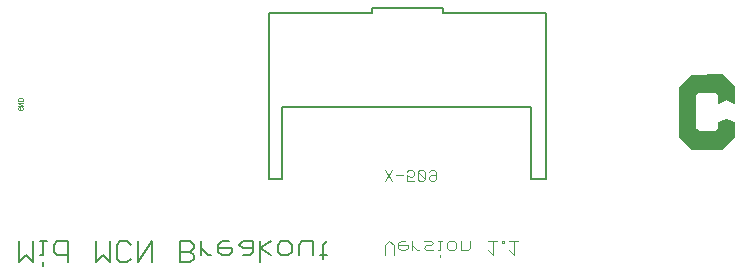
<source format=gbo>
G75*
G70*
%OFA0B0*%
%FSLAX24Y24*%
%IPPOS*%
%LPD*%
%AMOC8*
5,1,8,0,0,1.08239X$1,22.5*
%
%ADD10C,0.0030*%
%ADD11C,0.0010*%
%ADD12C,0.0060*%
%ADD13C,0.0040*%
%ADD14C,0.0020*%
%ADD15C,0.0050*%
D10*
X031018Y003652D02*
X031265Y004023D01*
X031386Y003838D02*
X031633Y003838D01*
X031754Y003838D02*
X031878Y003776D01*
X031940Y003776D01*
X032001Y003838D01*
X032001Y003961D01*
X031940Y004023D01*
X031816Y004023D01*
X031754Y003961D01*
X031754Y003838D02*
X031754Y003652D01*
X032001Y003652D01*
X032123Y003714D02*
X032184Y003652D01*
X032308Y003652D01*
X032370Y003714D01*
X032123Y003961D01*
X032184Y004023D01*
X032308Y004023D01*
X032370Y003961D01*
X032370Y003714D01*
X032491Y003714D02*
X032491Y003776D01*
X032553Y003838D01*
X032738Y003838D01*
X032738Y003961D02*
X032738Y003714D01*
X032676Y003652D01*
X032553Y003652D01*
X032491Y003714D01*
X032491Y003961D02*
X032553Y004023D01*
X032676Y004023D01*
X032738Y003961D01*
X032123Y003961D02*
X032123Y003714D01*
X031265Y003652D02*
X031018Y004023D01*
D11*
X018953Y006036D02*
X018928Y006011D01*
X018828Y006011D01*
X018803Y006036D01*
X018803Y006086D01*
X018828Y006111D01*
X018878Y006111D01*
X018878Y006061D01*
X018928Y006111D02*
X018953Y006086D01*
X018953Y006036D01*
X018953Y006159D02*
X018803Y006259D01*
X018953Y006259D01*
X018953Y006306D02*
X018953Y006381D01*
X018928Y006406D01*
X018828Y006406D01*
X018803Y006381D01*
X018803Y006306D01*
X018953Y006306D01*
X018953Y006159D02*
X018803Y006159D01*
D12*
X019062Y001179D02*
X018828Y000945D01*
X018828Y001646D01*
X019295Y001646D02*
X019295Y000945D01*
X019062Y001179D01*
X019528Y001179D02*
X019645Y001179D01*
X019645Y001646D01*
X019761Y001646D02*
X019528Y001646D01*
X019994Y001529D02*
X019994Y001295D01*
X020111Y001179D01*
X020461Y001179D01*
X020461Y000945D02*
X020461Y001646D01*
X020111Y001646D01*
X019994Y001529D01*
X019645Y000945D02*
X019645Y000828D01*
X021394Y000945D02*
X021627Y001179D01*
X021861Y000945D01*
X021861Y001646D01*
X022094Y001529D02*
X022210Y001646D01*
X022444Y001646D01*
X022561Y001529D01*
X022793Y001646D02*
X022793Y000945D01*
X023260Y001646D01*
X023260Y000945D01*
X022561Y001062D02*
X022444Y000945D01*
X022210Y000945D01*
X022094Y001062D01*
X022094Y001529D01*
X021394Y001646D02*
X021394Y000945D01*
X024193Y000945D02*
X024543Y000945D01*
X024660Y001062D01*
X024660Y001179D01*
X024543Y001295D01*
X024193Y001295D01*
X024193Y000945D02*
X024193Y001646D01*
X024543Y001646D01*
X024660Y001529D01*
X024660Y001412D01*
X024543Y001295D01*
X024893Y001179D02*
X024893Y001646D01*
X024893Y001412D02*
X025126Y001179D01*
X025243Y001179D01*
X025476Y001295D02*
X025593Y001179D01*
X025826Y001179D01*
X025943Y001295D01*
X025943Y001412D01*
X025476Y001412D01*
X025476Y001529D02*
X025476Y001295D01*
X025476Y001529D02*
X025593Y001646D01*
X025826Y001646D01*
X026176Y001529D02*
X026292Y001412D01*
X026643Y001412D01*
X026643Y001295D02*
X026643Y001646D01*
X026292Y001646D01*
X026176Y001529D01*
X026526Y001179D02*
X026643Y001295D01*
X026526Y001179D02*
X026292Y001179D01*
X026875Y001412D02*
X027226Y001179D01*
X027459Y001295D02*
X027459Y001529D01*
X027575Y001646D01*
X027809Y001646D01*
X027926Y001529D01*
X027926Y001295D01*
X027809Y001179D01*
X027575Y001179D01*
X027459Y001295D01*
X027226Y001646D02*
X026875Y001412D01*
X026875Y001646D02*
X026875Y000945D01*
X028158Y001179D02*
X028158Y001529D01*
X028275Y001646D01*
X028625Y001646D01*
X028625Y001179D01*
X028858Y001179D02*
X029092Y001179D01*
X028975Y001062D02*
X028975Y001529D01*
X029092Y001646D01*
D13*
X031023Y001502D02*
X031023Y001195D01*
X031330Y001195D02*
X031330Y001502D01*
X031176Y001656D01*
X031023Y001502D01*
X031483Y001502D02*
X031790Y001502D01*
X031790Y001425D01*
X031713Y001349D01*
X031560Y001349D01*
X031483Y001425D01*
X031483Y001579D01*
X031560Y001656D01*
X031713Y001656D01*
X031944Y001656D02*
X031944Y001349D01*
X031944Y001502D02*
X032097Y001349D01*
X032174Y001349D01*
X032327Y001425D02*
X032404Y001349D01*
X032634Y001349D01*
X032788Y001349D02*
X032864Y001349D01*
X032864Y001656D01*
X032788Y001656D02*
X032941Y001656D01*
X033094Y001579D02*
X033171Y001656D01*
X033325Y001656D01*
X033401Y001579D01*
X033401Y001425D01*
X033325Y001349D01*
X033171Y001349D01*
X033094Y001425D01*
X033094Y001579D01*
X032634Y001579D02*
X032557Y001656D01*
X032327Y001656D01*
X032404Y001502D02*
X032327Y001425D01*
X032404Y001502D02*
X032557Y001502D01*
X032634Y001579D01*
X032864Y001195D02*
X032864Y001119D01*
X033555Y001349D02*
X033785Y001349D01*
X033862Y001425D01*
X033862Y001656D01*
X033555Y001656D02*
X033555Y001349D01*
X034475Y001349D02*
X034629Y001195D01*
X034629Y001656D01*
X034782Y001656D02*
X034475Y001656D01*
X034936Y001656D02*
X034936Y001579D01*
X035013Y001579D01*
X035013Y001656D01*
X034936Y001656D01*
X035166Y001656D02*
X035473Y001656D01*
X035319Y001656D02*
X035319Y001195D01*
X035166Y001349D01*
D14*
X040826Y005124D02*
X041247Y004707D01*
X042259Y004711D01*
X042668Y005120D01*
X042668Y005609D01*
X042408Y005723D01*
X042129Y005609D01*
X042133Y005408D01*
X042026Y005309D01*
X041479Y005309D01*
X041369Y005416D01*
X041369Y006526D01*
X041467Y006624D01*
X042019Y006628D01*
X042137Y006510D01*
X042137Y006250D01*
X042400Y006372D01*
X042668Y006246D01*
X042664Y006798D01*
X042263Y007199D01*
X041239Y007187D01*
X040845Y006794D01*
X040830Y006794D01*
X040826Y005124D01*
X040826Y005132D02*
X042668Y005132D01*
X042668Y005150D02*
X040826Y005150D01*
X040826Y005168D02*
X042668Y005168D01*
X042668Y005186D02*
X040826Y005186D01*
X040826Y005205D02*
X042668Y005205D01*
X042668Y005223D02*
X040826Y005223D01*
X040826Y005241D02*
X042668Y005241D01*
X042668Y005259D02*
X040826Y005259D01*
X040826Y005278D02*
X042668Y005278D01*
X042668Y005296D02*
X040826Y005296D01*
X040826Y005314D02*
X041474Y005314D01*
X041456Y005332D02*
X040826Y005332D01*
X040826Y005351D02*
X041437Y005351D01*
X041418Y005369D02*
X040826Y005369D01*
X040826Y005387D02*
X041399Y005387D01*
X041380Y005405D02*
X040826Y005405D01*
X040826Y005423D02*
X041369Y005423D01*
X041369Y005442D02*
X040826Y005442D01*
X040826Y005460D02*
X041369Y005460D01*
X041369Y005478D02*
X040827Y005478D01*
X040827Y005496D02*
X041369Y005496D01*
X041369Y005515D02*
X040827Y005515D01*
X040827Y005533D02*
X041369Y005533D01*
X041369Y005551D02*
X040827Y005551D01*
X040827Y005569D02*
X041369Y005569D01*
X041369Y005588D02*
X040827Y005588D01*
X040827Y005606D02*
X041369Y005606D01*
X041369Y005624D02*
X040827Y005624D01*
X040827Y005642D02*
X041369Y005642D01*
X041369Y005660D02*
X040827Y005660D01*
X040827Y005679D02*
X041369Y005679D01*
X041369Y005697D02*
X040827Y005697D01*
X040827Y005715D02*
X041369Y005715D01*
X041369Y005733D02*
X040827Y005733D01*
X040827Y005752D02*
X041369Y005752D01*
X041369Y005770D02*
X040827Y005770D01*
X040827Y005788D02*
X041369Y005788D01*
X041369Y005806D02*
X040827Y005806D01*
X040827Y005824D02*
X041369Y005824D01*
X041369Y005843D02*
X040827Y005843D01*
X040827Y005861D02*
X041369Y005861D01*
X041369Y005879D02*
X040827Y005879D01*
X040828Y005897D02*
X041369Y005897D01*
X041369Y005916D02*
X040828Y005916D01*
X040828Y005934D02*
X041369Y005934D01*
X041369Y005952D02*
X040828Y005952D01*
X040828Y005970D02*
X041369Y005970D01*
X041369Y005989D02*
X040828Y005989D01*
X040828Y006007D02*
X041369Y006007D01*
X041369Y006025D02*
X040828Y006025D01*
X040828Y006043D02*
X041369Y006043D01*
X041369Y006061D02*
X040828Y006061D01*
X040828Y006080D02*
X041369Y006080D01*
X041369Y006098D02*
X040828Y006098D01*
X040828Y006116D02*
X041369Y006116D01*
X041369Y006134D02*
X040828Y006134D01*
X040828Y006153D02*
X041369Y006153D01*
X041369Y006171D02*
X040828Y006171D01*
X040828Y006189D02*
X041369Y006189D01*
X041369Y006207D02*
X040828Y006207D01*
X040828Y006226D02*
X041369Y006226D01*
X041369Y006244D02*
X040828Y006244D01*
X040828Y006262D02*
X041369Y006262D01*
X041369Y006280D02*
X040828Y006280D01*
X040828Y006298D02*
X041369Y006298D01*
X041369Y006317D02*
X040829Y006317D01*
X040829Y006335D02*
X041369Y006335D01*
X041369Y006353D02*
X040829Y006353D01*
X040829Y006371D02*
X041369Y006371D01*
X041369Y006390D02*
X040829Y006390D01*
X040829Y006408D02*
X041369Y006408D01*
X041369Y006426D02*
X040829Y006426D01*
X040829Y006444D02*
X041369Y006444D01*
X041369Y006462D02*
X040829Y006462D01*
X040829Y006481D02*
X041369Y006481D01*
X041369Y006499D02*
X040829Y006499D01*
X040829Y006517D02*
X041369Y006517D01*
X041378Y006535D02*
X040829Y006535D01*
X040829Y006554D02*
X041397Y006554D01*
X041415Y006572D02*
X040829Y006572D01*
X040829Y006590D02*
X041433Y006590D01*
X041451Y006608D02*
X040829Y006608D01*
X040829Y006627D02*
X041765Y006627D01*
X042020Y006627D02*
X042666Y006627D01*
X042665Y006645D02*
X040829Y006645D01*
X040829Y006663D02*
X042665Y006663D01*
X042665Y006681D02*
X040829Y006681D01*
X040829Y006699D02*
X042665Y006699D01*
X042665Y006718D02*
X040829Y006718D01*
X040829Y006736D02*
X042665Y006736D01*
X042665Y006754D02*
X040830Y006754D01*
X040830Y006772D02*
X042664Y006772D01*
X042664Y006791D02*
X040830Y006791D01*
X040860Y006809D02*
X042653Y006809D01*
X042635Y006827D02*
X040879Y006827D01*
X040897Y006845D02*
X042617Y006845D01*
X042598Y006864D02*
X040915Y006864D01*
X040933Y006882D02*
X042580Y006882D01*
X042562Y006900D02*
X040952Y006900D01*
X040970Y006918D02*
X042544Y006918D01*
X042525Y006936D02*
X040988Y006936D01*
X041006Y006955D02*
X042507Y006955D01*
X042489Y006973D02*
X041025Y006973D01*
X041043Y006991D02*
X042471Y006991D01*
X042453Y007009D02*
X041061Y007009D01*
X041079Y007028D02*
X042434Y007028D01*
X042416Y007046D02*
X041097Y007046D01*
X041116Y007064D02*
X042398Y007064D01*
X042380Y007082D02*
X041134Y007082D01*
X041152Y007100D02*
X042361Y007100D01*
X042343Y007119D02*
X041170Y007119D01*
X041189Y007137D02*
X042325Y007137D01*
X042307Y007155D02*
X041207Y007155D01*
X041225Y007173D02*
X042289Y007173D01*
X042270Y007192D02*
X041604Y007192D01*
X042039Y006608D02*
X042666Y006608D01*
X042666Y006590D02*
X042057Y006590D01*
X042075Y006572D02*
X042666Y006572D01*
X042666Y006554D02*
X042093Y006554D01*
X042112Y006535D02*
X042666Y006535D01*
X042666Y006517D02*
X042130Y006517D01*
X042137Y006499D02*
X042666Y006499D01*
X042667Y006481D02*
X042137Y006481D01*
X042137Y006462D02*
X042667Y006462D01*
X042667Y006444D02*
X042137Y006444D01*
X042137Y006426D02*
X042667Y006426D01*
X042667Y006408D02*
X042137Y006408D01*
X042137Y006390D02*
X042667Y006390D01*
X042667Y006371D02*
X042403Y006371D01*
X042398Y006371D02*
X042137Y006371D01*
X042137Y006353D02*
X042359Y006353D01*
X042319Y006335D02*
X042137Y006335D01*
X042137Y006317D02*
X042280Y006317D01*
X042240Y006298D02*
X042137Y006298D01*
X042137Y006280D02*
X042201Y006280D01*
X042162Y006262D02*
X042137Y006262D01*
X042442Y006353D02*
X042667Y006353D01*
X042668Y006335D02*
X042480Y006335D01*
X042519Y006317D02*
X042668Y006317D01*
X042668Y006298D02*
X042558Y006298D01*
X042596Y006280D02*
X042668Y006280D01*
X042668Y006262D02*
X042635Y006262D01*
X042426Y005715D02*
X042389Y005715D01*
X042345Y005697D02*
X042467Y005697D01*
X042509Y005679D02*
X042300Y005679D01*
X042256Y005660D02*
X042550Y005660D01*
X042592Y005642D02*
X042211Y005642D01*
X042166Y005624D02*
X042633Y005624D01*
X042668Y005606D02*
X042129Y005606D01*
X042129Y005588D02*
X042668Y005588D01*
X042668Y005569D02*
X042130Y005569D01*
X042130Y005551D02*
X042668Y005551D01*
X042668Y005533D02*
X042130Y005533D01*
X042131Y005515D02*
X042668Y005515D01*
X042668Y005496D02*
X042131Y005496D01*
X042131Y005478D02*
X042668Y005478D01*
X042668Y005460D02*
X042132Y005460D01*
X042132Y005442D02*
X042668Y005442D01*
X042668Y005423D02*
X042132Y005423D01*
X042130Y005405D02*
X042668Y005405D01*
X042668Y005387D02*
X042110Y005387D01*
X042091Y005369D02*
X042668Y005369D01*
X042668Y005351D02*
X042071Y005351D01*
X042051Y005332D02*
X042668Y005332D01*
X042668Y005314D02*
X042031Y005314D01*
X042497Y004950D02*
X041002Y004950D01*
X040984Y004968D02*
X042515Y004968D01*
X042534Y004986D02*
X040965Y004986D01*
X040947Y005004D02*
X042552Y005004D01*
X042570Y005022D02*
X040929Y005022D01*
X040910Y005041D02*
X042588Y005041D01*
X042607Y005059D02*
X040892Y005059D01*
X040873Y005077D02*
X042625Y005077D01*
X042643Y005095D02*
X040855Y005095D01*
X040837Y005114D02*
X042661Y005114D01*
X042479Y004931D02*
X041021Y004931D01*
X041039Y004913D02*
X042461Y004913D01*
X042443Y004895D02*
X041057Y004895D01*
X041076Y004877D02*
X042424Y004877D01*
X042406Y004858D02*
X041094Y004858D01*
X041113Y004840D02*
X042388Y004840D01*
X042370Y004822D02*
X041131Y004822D01*
X041149Y004804D02*
X042351Y004804D01*
X042333Y004785D02*
X041168Y004785D01*
X041186Y004767D02*
X042315Y004767D01*
X042297Y004749D02*
X041205Y004749D01*
X041223Y004731D02*
X042279Y004731D01*
X042260Y004713D02*
X041241Y004713D01*
D15*
X036397Y003723D02*
X035885Y003723D01*
X035885Y006124D01*
X027617Y006124D01*
X027617Y003723D01*
X027184Y003723D01*
X027184Y009235D01*
X030609Y009235D01*
X030609Y009431D01*
X032971Y009431D01*
X032971Y009235D01*
X036397Y009235D01*
X036397Y003723D01*
M02*

</source>
